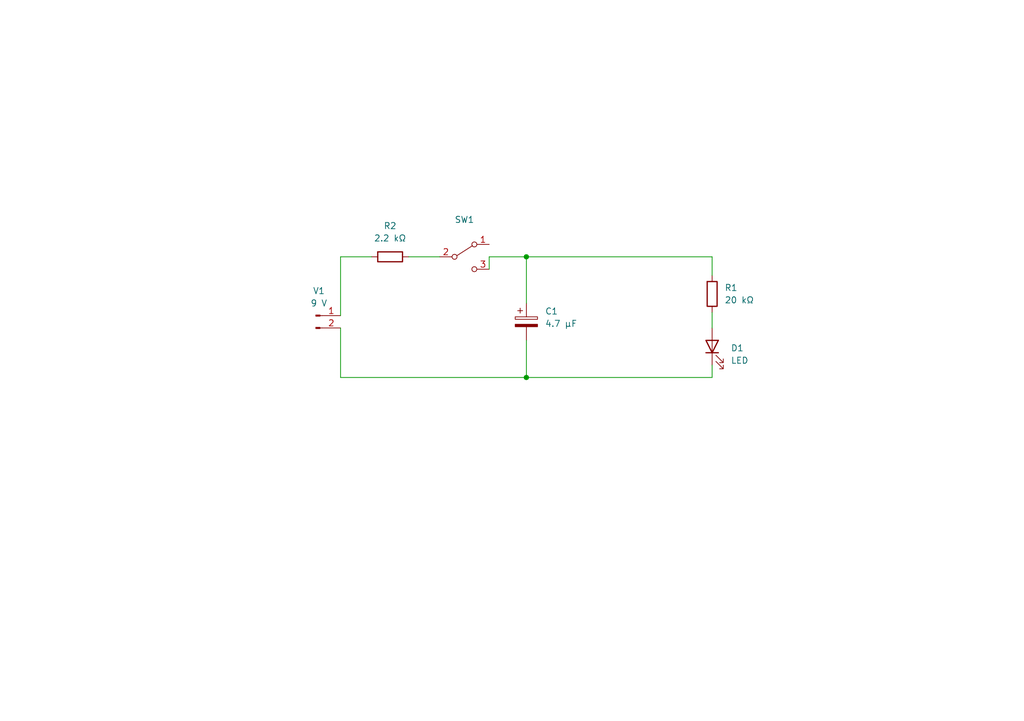
<source format=kicad_sch>
(kicad_sch (version 20211123) (generator eeschema)

  (uuid 0bb237db-0da9-43b2-9db0-05f8793b0b77)

  (paper "A5")

  (title_block
    (title "Lab 4 Exercise I")
    (date "2023-02-02")
  )

  (lib_symbols
    (symbol "Connector:Conn_01x02_Male" (pin_names (offset 1.016) hide) (in_bom yes) (on_board yes)
      (property "Reference" "J" (id 0) (at 0 2.54 0)
        (effects (font (size 1.27 1.27)))
      )
      (property "Value" "Conn_01x02_Male" (id 1) (at 0 -5.08 0)
        (effects (font (size 1.27 1.27)))
      )
      (property "Footprint" "" (id 2) (at 0 0 0)
        (effects (font (size 1.27 1.27)) hide)
      )
      (property "Datasheet" "~" (id 3) (at 0 0 0)
        (effects (font (size 1.27 1.27)) hide)
      )
      (property "ki_keywords" "connector" (id 4) (at 0 0 0)
        (effects (font (size 1.27 1.27)) hide)
      )
      (property "ki_description" "Generic connector, single row, 01x02, script generated (kicad-library-utils/schlib/autogen/connector/)" (id 5) (at 0 0 0)
        (effects (font (size 1.27 1.27)) hide)
      )
      (property "ki_fp_filters" "Connector*:*_1x??_*" (id 6) (at 0 0 0)
        (effects (font (size 1.27 1.27)) hide)
      )
      (symbol "Conn_01x02_Male_1_1"
        (polyline
          (pts
            (xy 1.27 -2.54)
            (xy 0.8636 -2.54)
          )
          (stroke (width 0.1524) (type default) (color 0 0 0 0))
          (fill (type none))
        )
        (polyline
          (pts
            (xy 1.27 0)
            (xy 0.8636 0)
          )
          (stroke (width 0.1524) (type default) (color 0 0 0 0))
          (fill (type none))
        )
        (rectangle (start 0.8636 -2.413) (end 0 -2.667)
          (stroke (width 0.1524) (type default) (color 0 0 0 0))
          (fill (type outline))
        )
        (rectangle (start 0.8636 0.127) (end 0 -0.127)
          (stroke (width 0.1524) (type default) (color 0 0 0 0))
          (fill (type outline))
        )
        (pin passive line (at 5.08 0 180) (length 3.81)
          (name "Pin_1" (effects (font (size 1.27 1.27))))
          (number "1" (effects (font (size 1.27 1.27))))
        )
        (pin passive line (at 5.08 -2.54 180) (length 3.81)
          (name "Pin_2" (effects (font (size 1.27 1.27))))
          (number "2" (effects (font (size 1.27 1.27))))
        )
      )
    )
    (symbol "Device:C_Polarized" (pin_numbers hide) (pin_names (offset 0.254)) (in_bom yes) (on_board yes)
      (property "Reference" "C" (id 0) (at 0.635 2.54 0)
        (effects (font (size 1.27 1.27)) (justify left))
      )
      (property "Value" "C_Polarized" (id 1) (at 0.635 -2.54 0)
        (effects (font (size 1.27 1.27)) (justify left))
      )
      (property "Footprint" "" (id 2) (at 0.9652 -3.81 0)
        (effects (font (size 1.27 1.27)) hide)
      )
      (property "Datasheet" "~" (id 3) (at 0 0 0)
        (effects (font (size 1.27 1.27)) hide)
      )
      (property "ki_keywords" "cap capacitor" (id 4) (at 0 0 0)
        (effects (font (size 1.27 1.27)) hide)
      )
      (property "ki_description" "Polarized capacitor" (id 5) (at 0 0 0)
        (effects (font (size 1.27 1.27)) hide)
      )
      (property "ki_fp_filters" "CP_*" (id 6) (at 0 0 0)
        (effects (font (size 1.27 1.27)) hide)
      )
      (symbol "C_Polarized_0_1"
        (rectangle (start -2.286 0.508) (end 2.286 1.016)
          (stroke (width 0) (type default) (color 0 0 0 0))
          (fill (type none))
        )
        (polyline
          (pts
            (xy -1.778 2.286)
            (xy -0.762 2.286)
          )
          (stroke (width 0) (type default) (color 0 0 0 0))
          (fill (type none))
        )
        (polyline
          (pts
            (xy -1.27 2.794)
            (xy -1.27 1.778)
          )
          (stroke (width 0) (type default) (color 0 0 0 0))
          (fill (type none))
        )
        (rectangle (start 2.286 -0.508) (end -2.286 -1.016)
          (stroke (width 0) (type default) (color 0 0 0 0))
          (fill (type outline))
        )
      )
      (symbol "C_Polarized_1_1"
        (pin passive line (at 0 3.81 270) (length 2.794)
          (name "~" (effects (font (size 1.27 1.27))))
          (number "1" (effects (font (size 1.27 1.27))))
        )
        (pin passive line (at 0 -3.81 90) (length 2.794)
          (name "~" (effects (font (size 1.27 1.27))))
          (number "2" (effects (font (size 1.27 1.27))))
        )
      )
    )
    (symbol "Device:LED" (pin_numbers hide) (pin_names (offset 1.016) hide) (in_bom yes) (on_board yes)
      (property "Reference" "D" (id 0) (at 0 2.54 0)
        (effects (font (size 1.27 1.27)))
      )
      (property "Value" "LED" (id 1) (at 0 -2.54 0)
        (effects (font (size 1.27 1.27)))
      )
      (property "Footprint" "" (id 2) (at 0 0 0)
        (effects (font (size 1.27 1.27)) hide)
      )
      (property "Datasheet" "~" (id 3) (at 0 0 0)
        (effects (font (size 1.27 1.27)) hide)
      )
      (property "ki_keywords" "LED diode" (id 4) (at 0 0 0)
        (effects (font (size 1.27 1.27)) hide)
      )
      (property "ki_description" "Light emitting diode" (id 5) (at 0 0 0)
        (effects (font (size 1.27 1.27)) hide)
      )
      (property "ki_fp_filters" "LED* LED_SMD:* LED_THT:*" (id 6) (at 0 0 0)
        (effects (font (size 1.27 1.27)) hide)
      )
      (symbol "LED_0_1"
        (polyline
          (pts
            (xy -1.27 -1.27)
            (xy -1.27 1.27)
          )
          (stroke (width 0.254) (type default) (color 0 0 0 0))
          (fill (type none))
        )
        (polyline
          (pts
            (xy -1.27 0)
            (xy 1.27 0)
          )
          (stroke (width 0) (type default) (color 0 0 0 0))
          (fill (type none))
        )
        (polyline
          (pts
            (xy 1.27 -1.27)
            (xy 1.27 1.27)
            (xy -1.27 0)
            (xy 1.27 -1.27)
          )
          (stroke (width 0.254) (type default) (color 0 0 0 0))
          (fill (type none))
        )
        (polyline
          (pts
            (xy -3.048 -0.762)
            (xy -4.572 -2.286)
            (xy -3.81 -2.286)
            (xy -4.572 -2.286)
            (xy -4.572 -1.524)
          )
          (stroke (width 0) (type default) (color 0 0 0 0))
          (fill (type none))
        )
        (polyline
          (pts
            (xy -1.778 -0.762)
            (xy -3.302 -2.286)
            (xy -2.54 -2.286)
            (xy -3.302 -2.286)
            (xy -3.302 -1.524)
          )
          (stroke (width 0) (type default) (color 0 0 0 0))
          (fill (type none))
        )
      )
      (symbol "LED_1_1"
        (pin passive line (at -3.81 0 0) (length 2.54)
          (name "K" (effects (font (size 1.27 1.27))))
          (number "1" (effects (font (size 1.27 1.27))))
        )
        (pin passive line (at 3.81 0 180) (length 2.54)
          (name "A" (effects (font (size 1.27 1.27))))
          (number "2" (effects (font (size 1.27 1.27))))
        )
      )
    )
    (symbol "Device:R" (pin_numbers hide) (pin_names (offset 0)) (in_bom yes) (on_board yes)
      (property "Reference" "R" (id 0) (at 2.032 0 90)
        (effects (font (size 1.27 1.27)))
      )
      (property "Value" "R" (id 1) (at 0 0 90)
        (effects (font (size 1.27 1.27)))
      )
      (property "Footprint" "" (id 2) (at -1.778 0 90)
        (effects (font (size 1.27 1.27)) hide)
      )
      (property "Datasheet" "~" (id 3) (at 0 0 0)
        (effects (font (size 1.27 1.27)) hide)
      )
      (property "ki_keywords" "R res resistor" (id 4) (at 0 0 0)
        (effects (font (size 1.27 1.27)) hide)
      )
      (property "ki_description" "Resistor" (id 5) (at 0 0 0)
        (effects (font (size 1.27 1.27)) hide)
      )
      (property "ki_fp_filters" "R_*" (id 6) (at 0 0 0)
        (effects (font (size 1.27 1.27)) hide)
      )
      (symbol "R_0_1"
        (rectangle (start -1.016 -2.54) (end 1.016 2.54)
          (stroke (width 0.254) (type default) (color 0 0 0 0))
          (fill (type none))
        )
      )
      (symbol "R_1_1"
        (pin passive line (at 0 3.81 270) (length 1.27)
          (name "~" (effects (font (size 1.27 1.27))))
          (number "1" (effects (font (size 1.27 1.27))))
        )
        (pin passive line (at 0 -3.81 90) (length 1.27)
          (name "~" (effects (font (size 1.27 1.27))))
          (number "2" (effects (font (size 1.27 1.27))))
        )
      )
    )
    (symbol "Switch:SW_SPDT" (pin_names (offset 0) hide) (in_bom yes) (on_board yes)
      (property "Reference" "SW" (id 0) (at 0 4.318 0)
        (effects (font (size 1.27 1.27)))
      )
      (property "Value" "SW_SPDT" (id 1) (at 0 -5.08 0)
        (effects (font (size 1.27 1.27)))
      )
      (property "Footprint" "" (id 2) (at 0 0 0)
        (effects (font (size 1.27 1.27)) hide)
      )
      (property "Datasheet" "~" (id 3) (at 0 0 0)
        (effects (font (size 1.27 1.27)) hide)
      )
      (property "ki_keywords" "switch single-pole double-throw spdt ON-ON" (id 4) (at 0 0 0)
        (effects (font (size 1.27 1.27)) hide)
      )
      (property "ki_description" "Switch, single pole double throw" (id 5) (at 0 0 0)
        (effects (font (size 1.27 1.27)) hide)
      )
      (symbol "SW_SPDT_0_0"
        (circle (center -2.032 0) (radius 0.508)
          (stroke (width 0) (type default) (color 0 0 0 0))
          (fill (type none))
        )
        (circle (center 2.032 -2.54) (radius 0.508)
          (stroke (width 0) (type default) (color 0 0 0 0))
          (fill (type none))
        )
      )
      (symbol "SW_SPDT_0_1"
        (polyline
          (pts
            (xy -1.524 0.254)
            (xy 1.651 2.286)
          )
          (stroke (width 0) (type default) (color 0 0 0 0))
          (fill (type none))
        )
        (circle (center 2.032 2.54) (radius 0.508)
          (stroke (width 0) (type default) (color 0 0 0 0))
          (fill (type none))
        )
      )
      (symbol "SW_SPDT_1_1"
        (pin passive line (at 5.08 2.54 180) (length 2.54)
          (name "A" (effects (font (size 1.27 1.27))))
          (number "1" (effects (font (size 1.27 1.27))))
        )
        (pin passive line (at -5.08 0 0) (length 2.54)
          (name "B" (effects (font (size 1.27 1.27))))
          (number "2" (effects (font (size 1.27 1.27))))
        )
        (pin passive line (at 5.08 -2.54 180) (length 2.54)
          (name "C" (effects (font (size 1.27 1.27))))
          (number "3" (effects (font (size 1.27 1.27))))
        )
      )
    )
  )

  (junction (at 107.95 77.47) (diameter 0) (color 0 0 0 0)
    (uuid 0027b33d-616b-4b94-b64c-dfc401ff4676)
  )
  (junction (at 107.95 52.705) (diameter 0) (color 0 0 0 0)
    (uuid 117e73be-0b87-4e64-a6f4-0e6fd0ca4418)
  )

  (wire (pts (xy 146.05 52.705) (xy 146.05 56.515))
    (stroke (width 0) (type default) (color 0 0 0 0))
    (uuid 01b76470-4f79-445f-aa01-3b114d070a72)
  )
  (wire (pts (xy 69.85 52.705) (xy 76.2 52.705))
    (stroke (width 0) (type default) (color 0 0 0 0))
    (uuid 1beb526c-6826-4ede-97d2-22b5cf51b004)
  )
  (wire (pts (xy 100.33 52.705) (xy 100.33 55.245))
    (stroke (width 0) (type default) (color 0 0 0 0))
    (uuid 2bf92626-5874-447a-b598-80a2d35de752)
  )
  (wire (pts (xy 107.95 52.705) (xy 146.05 52.705))
    (stroke (width 0) (type default) (color 0 0 0 0))
    (uuid 2ff6dffb-51c9-45ce-bd25-33810e04fa24)
  )
  (wire (pts (xy 107.95 52.705) (xy 107.95 62.23))
    (stroke (width 0) (type default) (color 0 0 0 0))
    (uuid 3d7e434d-f1c8-4c84-925b-9bf7169c15dd)
  )
  (wire (pts (xy 107.95 77.47) (xy 107.95 69.85))
    (stroke (width 0) (type default) (color 0 0 0 0))
    (uuid 5b3fe96f-0ffb-4ed5-afed-059eb97d06e5)
  )
  (wire (pts (xy 107.95 77.47) (xy 146.05 77.47))
    (stroke (width 0) (type default) (color 0 0 0 0))
    (uuid 5d9dcfb7-5e08-416d-aabe-39c68ce5c8a6)
  )
  (wire (pts (xy 69.85 77.47) (xy 107.95 77.47))
    (stroke (width 0) (type default) (color 0 0 0 0))
    (uuid 6cd3e6a2-c65f-4383-b9a6-7512c47359fc)
  )
  (wire (pts (xy 69.85 67.31) (xy 69.85 77.47))
    (stroke (width 0) (type default) (color 0 0 0 0))
    (uuid 6ea7f123-73d2-469e-bc2d-add8c27acc51)
  )
  (wire (pts (xy 100.33 52.705) (xy 107.95 52.705))
    (stroke (width 0) (type default) (color 0 0 0 0))
    (uuid 783721e9-9755-4865-b2e8-f2552b6b9595)
  )
  (wire (pts (xy 69.85 52.705) (xy 69.85 64.77))
    (stroke (width 0) (type default) (color 0 0 0 0))
    (uuid 8958014b-3194-499b-9853-e8a71f4f98e6)
  )
  (wire (pts (xy 83.82 52.705) (xy 90.17 52.705))
    (stroke (width 0) (type default) (color 0 0 0 0))
    (uuid caa48c10-eb48-46b3-b9ea-f2480e7d4e49)
  )
  (wire (pts (xy 146.05 64.135) (xy 146.05 67.31))
    (stroke (width 0) (type default) (color 0 0 0 0))
    (uuid d970fe8a-d069-49e9-8f86-609b7615b987)
  )
  (wire (pts (xy 146.05 74.93) (xy 146.05 77.47))
    (stroke (width 0) (type default) (color 0 0 0 0))
    (uuid fdaf5e65-bf31-4e58-8ff2-3047e12e5f26)
  )

  (symbol (lib_id "Device:C_Polarized") (at 107.95 66.04 0) (unit 1)
    (in_bom yes) (on_board yes) (fields_autoplaced)
    (uuid 04b2dabd-9087-47f7-95b9-7741e2fcf8c5)
    (property "Reference" "C1" (id 0) (at 111.76 63.8809 0)
      (effects (font (size 1.27 1.27)) (justify left))
    )
    (property "Value" "4.7 μF" (id 1) (at 111.76 66.4209 0)
      (effects (font (size 1.27 1.27)) (justify left))
    )
    (property "Footprint" "" (id 2) (at 108.9152 69.85 0)
      (effects (font (size 1.27 1.27)) hide)
    )
    (property "Datasheet" "~" (id 3) (at 107.95 66.04 0)
      (effects (font (size 1.27 1.27)) hide)
    )
    (pin "1" (uuid 5e39f8c4-0c1d-45e6-a5c6-4d752f2c5688))
    (pin "2" (uuid 7f626fd0-30cb-47d8-a769-e4af9fd4f519))
  )

  (symbol (lib_id "Connector:Conn_01x02_Male") (at 64.77 64.77 0) (unit 1)
    (in_bom yes) (on_board yes)
    (uuid 26895c23-9b94-4228-b24f-c4a8df1d2d83)
    (property "Reference" "V1" (id 0) (at 65.405 59.69 0))
    (property "Value" "9 V" (id 1) (at 65.405 62.23 0))
    (property "Footprint" "" (id 2) (at 64.77 64.77 0)
      (effects (font (size 1.27 1.27)) hide)
    )
    (property "Datasheet" "~" (id 3) (at 64.77 64.77 0)
      (effects (font (size 1.27 1.27)) hide)
    )
    (pin "1" (uuid b77526e1-e3b0-42bf-bb2e-718a8dd86b29))
    (pin "2" (uuid e82fa204-4dcf-4513-82ad-a9a2e623bdb8))
  )

  (symbol (lib_id "Device:R") (at 80.01 52.705 270) (unit 1)
    (in_bom yes) (on_board yes) (fields_autoplaced)
    (uuid 3674ac78-911b-473d-8944-827077bc1282)
    (property "Reference" "R2" (id 0) (at 80.01 46.355 90))
    (property "Value" "2.2 kΩ" (id 1) (at 80.01 48.895 90))
    (property "Footprint" "" (id 2) (at 80.01 50.927 90)
      (effects (font (size 1.27 1.27)) hide)
    )
    (property "Datasheet" "~" (id 3) (at 80.01 52.705 0)
      (effects (font (size 1.27 1.27)) hide)
    )
    (pin "1" (uuid 6d2cdd24-80c3-44a3-a61c-acb316c5c5c6))
    (pin "2" (uuid 6214c29a-baba-4680-b1fa-0447ec8520e1))
  )

  (symbol (lib_id "Device:LED") (at 146.05 71.12 90) (unit 1)
    (in_bom yes) (on_board yes) (fields_autoplaced)
    (uuid 38ee2444-8611-4147-9b48-12672f4410a1)
    (property "Reference" "D1" (id 0) (at 149.86 71.4374 90)
      (effects (font (size 1.27 1.27)) (justify right))
    )
    (property "Value" "LED" (id 1) (at 149.86 73.9774 90)
      (effects (font (size 1.27 1.27)) (justify right))
    )
    (property "Footprint" "" (id 2) (at 146.05 71.12 0)
      (effects (font (size 1.27 1.27)) hide)
    )
    (property "Datasheet" "~" (id 3) (at 146.05 71.12 0)
      (effects (font (size 1.27 1.27)) hide)
    )
    (pin "1" (uuid 3158228e-c1ac-41bb-a053-66725ccc88d0))
    (pin "2" (uuid 74bcad9b-f91e-4daf-a201-949a2f1fd152))
  )

  (symbol (lib_id "Device:R") (at 146.05 60.325 0) (unit 1)
    (in_bom yes) (on_board yes) (fields_autoplaced)
    (uuid 55008162-d585-4013-85b8-3fe1e569b3c4)
    (property "Reference" "R1" (id 0) (at 148.59 59.0549 0)
      (effects (font (size 1.27 1.27)) (justify left))
    )
    (property "Value" "20 kΩ" (id 1) (at 148.59 61.5949 0)
      (effects (font (size 1.27 1.27)) (justify left))
    )
    (property "Footprint" "" (id 2) (at 144.272 60.325 90)
      (effects (font (size 1.27 1.27)) hide)
    )
    (property "Datasheet" "~" (id 3) (at 146.05 60.325 0)
      (effects (font (size 1.27 1.27)) hide)
    )
    (pin "1" (uuid e28b2ede-0cd3-43dd-90b5-9dc4d6d0206a))
    (pin "2" (uuid 2b0e21ed-176b-48d9-9563-dfdedf84f855))
  )

  (symbol (lib_id "Switch:SW_SPDT") (at 95.25 52.705 0) (unit 1)
    (in_bom yes) (on_board yes) (fields_autoplaced)
    (uuid 973e755d-50b7-440f-9eb8-f08f48b3e4ca)
    (property "Reference" "SW1" (id 0) (at 95.25 45.085 0))
    (property "Value" " " (id 1) (at 95.25 47.625 0))
    (property "Footprint" "" (id 2) (at 95.25 52.705 0)
      (effects (font (size 1.27 1.27)) hide)
    )
    (property "Datasheet" "~" (id 3) (at 95.25 52.705 0)
      (effects (font (size 1.27 1.27)) hide)
    )
    (pin "1" (uuid 1c8d9c54-4134-4c34-aa02-e2e2d497e647))
    (pin "2" (uuid 4d26d184-59b7-4cff-aee7-5020209a68f4))
    (pin "3" (uuid 194039ed-f80f-433d-930c-121302c05b95))
  )

  (sheet_instances
    (path "/" (page "1"))
  )

  (symbol_instances
    (path "/04b2dabd-9087-47f7-95b9-7741e2fcf8c5"
      (reference "C1") (unit 1) (value "4.7 μF") (footprint "")
    )
    (path "/38ee2444-8611-4147-9b48-12672f4410a1"
      (reference "D1") (unit 1) (value "LED") (footprint "")
    )
    (path "/55008162-d585-4013-85b8-3fe1e569b3c4"
      (reference "R1") (unit 1) (value "20 kΩ") (footprint "")
    )
    (path "/3674ac78-911b-473d-8944-827077bc1282"
      (reference "R2") (unit 1) (value "2.2 kΩ") (footprint "")
    )
    (path "/973e755d-50b7-440f-9eb8-f08f48b3e4ca"
      (reference "SW1") (unit 1) (value " ") (footprint "")
    )
    (path "/26895c23-9b94-4228-b24f-c4a8df1d2d83"
      (reference "V1") (unit 1) (value "9 V") (footprint "")
    )
  )
)

</source>
